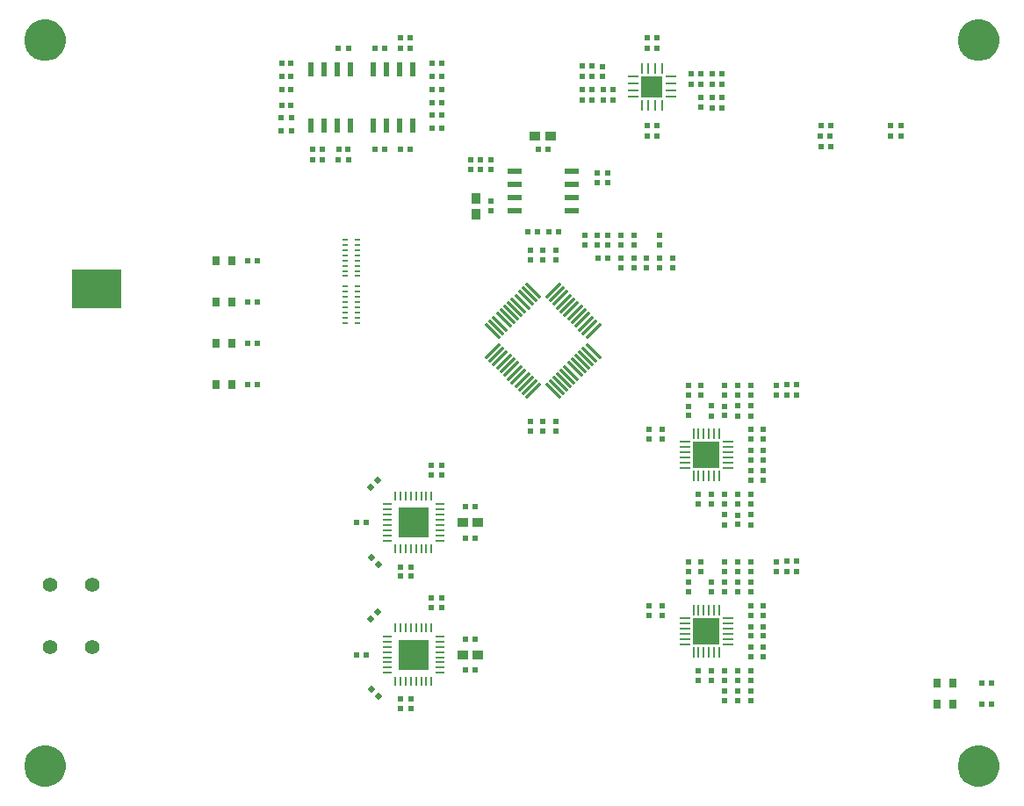
<source format=gtp>
G04*
G04 #@! TF.GenerationSoftware,Altium Limited,Altium Designer,23.11.1 (41)*
G04*
G04 Layer_Color=8421504*
%FSLAX25Y25*%
%MOIN*%
G70*
G04*
G04 #@! TF.SameCoordinates,29EA51B2-5BA9-446F-9376-B5E75E75F833*
G04*
G04*
G04 #@! TF.FilePolarity,Positive*
G04*
G01*
G75*
%ADD20R,0.02049X0.02246*%
%ADD21R,0.03165X0.03559*%
%ADD22R,0.02390X0.02390*%
%ADD23R,0.04249X0.00903*%
%ADD24R,0.00903X0.04249*%
%ADD25R,0.10039X0.10039*%
%ADD26R,0.02246X0.02049*%
%ADD27R,0.02390X0.02390*%
%ADD28R,0.01087X0.04236*%
%ADD29R,0.04236X0.01087*%
%ADD30R,0.07843X0.07843*%
G04:AMPARAMS|DCode=31|XSize=10.74mil|YSize=81.61mil|CornerRadius=0mil|HoleSize=0mil|Usage=FLASHONLY|Rotation=45.000|XOffset=0mil|YOffset=0mil|HoleType=Round|Shape=Round|*
%AMOVALD31*
21,1,0.07087,0.01074,0.00000,0.00000,135.0*
1,1,0.01074,0.02506,-0.02506*
1,1,0.01074,-0.02506,0.02506*
%
%ADD31OVALD31*%

G04:AMPARAMS|DCode=32|XSize=10.74mil|YSize=81.61mil|CornerRadius=0mil|HoleSize=0mil|Usage=FLASHONLY|Rotation=315.000|XOffset=0mil|YOffset=0mil|HoleType=Round|Shape=Round|*
%AMOVALD32*
21,1,0.07087,0.01074,0.00000,0.00000,45.0*
1,1,0.01074,-0.02506,-0.02506*
1,1,0.01074,0.02506,0.02506*
%
%ADD32OVALD32*%

%ADD33R,0.02476X0.01099*%
%ADD34R,0.03927X0.03730*%
%ADD35R,0.03730X0.03927*%
%ADD36R,0.05538X0.02192*%
%ADD37R,0.02192X0.05538*%
%ADD38R,0.18787X0.14850*%
%ADD39R,0.11578X0.11578*%
%ADD40O,0.03476X0.00720*%
%ADD41O,0.00720X0.03476*%
%ADD42C,0.05603*%
G04:AMPARAMS|DCode=43|XSize=22.46mil|YSize=20.49mil|CornerRadius=0mil|HoleSize=0mil|Usage=FLASHONLY|Rotation=225.000|XOffset=0mil|YOffset=0mil|HoleType=Round|Shape=Rectangle|*
%AMROTATEDRECTD43*
4,1,4,0.00070,0.01519,0.01519,0.00070,-0.00070,-0.01519,-0.01519,-0.00070,0.00070,0.01519,0.0*
%
%ADD43ROTATEDRECTD43*%

G04:AMPARAMS|DCode=44|XSize=22.46mil|YSize=20.49mil|CornerRadius=0mil|HoleSize=0mil|Usage=FLASHONLY|Rotation=135.000|XOffset=0mil|YOffset=0mil|HoleType=Round|Shape=Rectangle|*
%AMROTATEDRECTD44*
4,1,4,0.01519,-0.00070,0.00070,-0.01519,-0.01519,0.00070,-0.00070,0.01519,0.01519,-0.00070,0.0*
%
%ADD44ROTATEDRECTD44*%

G36*
X19685Y-129921D02*
X20461D01*
X21982Y-130224D01*
X23415Y-130817D01*
X24704Y-131679D01*
X25801Y-132776D01*
X26663Y-134065D01*
X27256Y-135498D01*
X27559Y-137020D01*
Y-137795D01*
Y-138571D01*
X27256Y-140092D01*
X26663Y-141525D01*
X25801Y-142815D01*
X24704Y-143911D01*
X23415Y-144773D01*
X21982Y-145367D01*
X20460Y-145669D01*
X19685D01*
X18910Y-145669D01*
X17388Y-145367D01*
X15955Y-144773D01*
X14666Y-143911D01*
X13569Y-142815D01*
X12707Y-141525D01*
X12114Y-140092D01*
X11811Y-138571D01*
Y-137795D01*
X11811Y-137020D01*
X12114Y-135498D01*
X12707Y-134065D01*
X13569Y-132776D01*
X14666Y-131679D01*
X15955Y-130817D01*
X17388Y-130224D01*
X18910Y-129921D01*
X19685D01*
D01*
D02*
G37*
G36*
Y145669D02*
X20461D01*
X21982Y145367D01*
X23415Y144773D01*
X24704Y143911D01*
X25801Y142815D01*
X26663Y141525D01*
X27256Y140092D01*
X27559Y138571D01*
Y137795D01*
Y137020D01*
X27256Y135498D01*
X26663Y134065D01*
X25801Y132776D01*
X24704Y131679D01*
X23415Y130817D01*
X21982Y130224D01*
X20460Y129921D01*
X19685D01*
X18910Y129921D01*
X17388Y130224D01*
X15955Y130817D01*
X14666Y131679D01*
X13569Y132776D01*
X12707Y134065D01*
X12114Y135498D01*
X11811Y137020D01*
Y137795D01*
X11811Y138571D01*
X12114Y140092D01*
X12707Y141525D01*
X13569Y142815D01*
X14666Y143911D01*
X15955Y144773D01*
X17388Y145367D01*
X18910Y145669D01*
X19685D01*
D01*
D02*
G37*
G36*
X374016Y-129921D02*
X374791D01*
X376312Y-130224D01*
X377746Y-130817D01*
X379035Y-131679D01*
X380132Y-132776D01*
X380994Y-134065D01*
X381587Y-135498D01*
X381890Y-137020D01*
Y-137795D01*
Y-138571D01*
X381587Y-140092D01*
X380994Y-141525D01*
X380132Y-142815D01*
X379035Y-143911D01*
X377746Y-144773D01*
X376312Y-145367D01*
X374791Y-145669D01*
X374016D01*
X373240Y-145669D01*
X371719Y-145367D01*
X370286Y-144773D01*
X368996Y-143911D01*
X367900Y-142815D01*
X367038Y-141525D01*
X366444Y-140092D01*
X366142Y-138571D01*
Y-137795D01*
X366142Y-137020D01*
X366444Y-135498D01*
X367038Y-134065D01*
X367900Y-132776D01*
X368996Y-131679D01*
X370286Y-130817D01*
X371719Y-130224D01*
X373240Y-129921D01*
X374016D01*
D01*
D02*
G37*
G36*
X374016Y145669D02*
X374791D01*
X376312Y145367D01*
X377746Y144773D01*
X379035Y143911D01*
X380132Y142815D01*
X380994Y141525D01*
X381587Y140092D01*
X381890Y138571D01*
Y137795D01*
Y137020D01*
X381587Y135498D01*
X380994Y134065D01*
X380132Y132776D01*
X379035Y131679D01*
X377746Y130817D01*
X376312Y130224D01*
X374791Y129921D01*
X374016D01*
X373240Y129921D01*
X371719Y130224D01*
X370286Y130817D01*
X368996Y131679D01*
X367900Y132776D01*
X367038Y134065D01*
X366444Y135498D01*
X366142Y137020D01*
Y137795D01*
X366142Y138571D01*
X366444Y140092D01*
X367038Y141525D01*
X367900Y142815D01*
X368996Y143911D01*
X370286Y144773D01*
X371719Y145367D01*
X373240Y145669D01*
X374016D01*
D01*
D02*
G37*
D20*
X314075Y105315D02*
D03*
X317815D02*
D03*
Y97441D02*
D03*
X314075D02*
D03*
X317717Y101378D02*
D03*
X313976D02*
D03*
X96555Y38386D02*
D03*
X100295D02*
D03*
X113091Y108268D02*
D03*
X109350D02*
D03*
Y103347D02*
D03*
X113091D02*
D03*
X272736Y116142D02*
D03*
X276476D02*
D03*
X272736Y125000D02*
D03*
X276476D02*
D03*
X227264Y124016D02*
D03*
X223524D02*
D03*
Y115157D02*
D03*
X227264D02*
D03*
X272736Y112205D02*
D03*
X276476D02*
D03*
X227264Y127953D02*
D03*
X223524D02*
D03*
X206594Y64961D02*
D03*
X202854D02*
D03*
X378839Y-114173D02*
D03*
X375098D02*
D03*
X375098Y-106299D02*
D03*
X378839D02*
D03*
X340650Y105315D02*
D03*
X344390D02*
D03*
X166437Y128937D02*
D03*
X170177D02*
D03*
X96555Y22638D02*
D03*
X100295D02*
D03*
X96555Y6890D02*
D03*
X100295D02*
D03*
X96555Y54134D02*
D03*
X100295D02*
D03*
X340650Y101378D02*
D03*
X344390D02*
D03*
X121161Y92520D02*
D03*
X124902D02*
D03*
Y96457D02*
D03*
X121161D02*
D03*
X170177Y114173D02*
D03*
X166437D02*
D03*
X144783Y134843D02*
D03*
X148524D02*
D03*
X131004D02*
D03*
X134744D02*
D03*
Y92520D02*
D03*
X131004D02*
D03*
X210728Y64961D02*
D03*
X214469D02*
D03*
D21*
X84547Y38386D02*
D03*
X90650D02*
D03*
X358169Y-106299D02*
D03*
X364272D02*
D03*
X364272Y-114173D02*
D03*
X358169D02*
D03*
X84547Y22638D02*
D03*
X90650D02*
D03*
X84547Y6890D02*
D03*
X90650D02*
D03*
X84547Y54134D02*
D03*
X90650D02*
D03*
D22*
X166496Y104331D02*
D03*
X170118D02*
D03*
X166496Y109252D02*
D03*
X170118D02*
D03*
Y119095D02*
D03*
X166496D02*
D03*
X170118Y124016D02*
D03*
X166496D02*
D03*
X109409Y113189D02*
D03*
X113031D02*
D03*
X109409Y124016D02*
D03*
X113031D02*
D03*
X109409Y128937D02*
D03*
X113031D02*
D03*
X301339Y-63976D02*
D03*
X304961D02*
D03*
X301339Y-60039D02*
D03*
X304961D02*
D03*
X229488Y55118D02*
D03*
X233110D02*
D03*
X304961Y2953D02*
D03*
X301339D02*
D03*
X304961Y6890D02*
D03*
X301339D02*
D03*
X264921Y125000D02*
D03*
X268543D02*
D03*
X264921Y121063D02*
D03*
X268543D02*
D03*
X248189Y105315D02*
D03*
X251811D02*
D03*
X248189Y101378D02*
D03*
X251811D02*
D03*
X154685Y134843D02*
D03*
X158307D02*
D03*
X231457Y115157D02*
D03*
X235079D02*
D03*
X231457Y119095D02*
D03*
X235079D02*
D03*
X251811Y134843D02*
D03*
X248189D02*
D03*
X251811Y138779D02*
D03*
X248189D02*
D03*
X276417Y121063D02*
D03*
X272795D02*
D03*
X227205Y119095D02*
D03*
X223583D02*
D03*
X141575Y-95473D02*
D03*
X137953D02*
D03*
X141575Y-45276D02*
D03*
X137953D02*
D03*
X158307Y138779D02*
D03*
X154685D02*
D03*
X179291Y-101378D02*
D03*
X182913D02*
D03*
X179291Y-51181D02*
D03*
X182913D02*
D03*
X179291Y-89567D02*
D03*
X182913D02*
D03*
X179291Y-39370D02*
D03*
X182913D02*
D03*
X144843Y96457D02*
D03*
X148465D02*
D03*
X131063D02*
D03*
X134685D02*
D03*
X158307D02*
D03*
X154685D02*
D03*
X109409Y119095D02*
D03*
X113031D02*
D03*
X206850Y96457D02*
D03*
X210472D02*
D03*
D23*
X278740Y-91535D02*
D03*
Y-89567D02*
D03*
Y-87598D02*
D03*
Y-85630D02*
D03*
Y-83661D02*
D03*
Y-81693D02*
D03*
X262598D02*
D03*
Y-83661D02*
D03*
Y-85630D02*
D03*
Y-87598D02*
D03*
Y-89567D02*
D03*
Y-91535D02*
D03*
X262598Y-24606D02*
D03*
Y-22638D02*
D03*
Y-20669D02*
D03*
Y-18701D02*
D03*
Y-16732D02*
D03*
Y-14764D02*
D03*
X278740D02*
D03*
Y-16732D02*
D03*
Y-18701D02*
D03*
Y-20669D02*
D03*
Y-22638D02*
D03*
Y-24606D02*
D03*
D24*
X275591Y-78543D02*
D03*
X273622D02*
D03*
X271654D02*
D03*
X269685D02*
D03*
X267717D02*
D03*
X265748D02*
D03*
Y-94685D02*
D03*
X267717D02*
D03*
X269685D02*
D03*
X271654D02*
D03*
X273622D02*
D03*
X275591D02*
D03*
X275590Y-27756D02*
D03*
X273622D02*
D03*
X271654D02*
D03*
X269685D02*
D03*
X267717D02*
D03*
X265748D02*
D03*
Y-11614D02*
D03*
X267717D02*
D03*
X269685D02*
D03*
X271654D02*
D03*
X273622D02*
D03*
X275590D02*
D03*
D25*
X270669Y-86614D02*
D03*
X270669Y-19685D02*
D03*
D26*
X277559Y-109350D02*
D03*
Y-113091D02*
D03*
X287402D02*
D03*
Y-109350D02*
D03*
X267717Y-105217D02*
D03*
Y-101476D02*
D03*
X253937Y-76870D02*
D03*
Y-80610D02*
D03*
X272638Y-101476D02*
D03*
Y-105217D02*
D03*
Y-71752D02*
D03*
Y-68012D02*
D03*
X277559Y-63878D02*
D03*
Y-60138D02*
D03*
X287402D02*
D03*
Y-63878D02*
D03*
X282480Y-101476D02*
D03*
Y-105217D02*
D03*
X287402Y-101476D02*
D03*
Y-105217D02*
D03*
X282480Y-71752D02*
D03*
Y-68012D02*
D03*
X292323Y-80610D02*
D03*
Y-76870D02*
D03*
X287402Y-71752D02*
D03*
Y-68012D02*
D03*
X292323Y-92618D02*
D03*
Y-96358D02*
D03*
X297244Y-60138D02*
D03*
Y-63878D02*
D03*
X233268Y87500D02*
D03*
Y83760D02*
D03*
X229331Y87500D02*
D03*
Y83760D02*
D03*
X297244Y6791D02*
D03*
Y3051D02*
D03*
X188976Y92421D02*
D03*
Y88681D02*
D03*
X185039Y92421D02*
D03*
Y88681D02*
D03*
X181102D02*
D03*
Y92421D02*
D03*
X287402Y3051D02*
D03*
Y6791D02*
D03*
X243110Y60138D02*
D03*
Y63878D02*
D03*
X224410Y60138D02*
D03*
Y63878D02*
D03*
X272638Y-34547D02*
D03*
Y-38287D02*
D03*
X292323Y-13681D02*
D03*
Y-9941D02*
D03*
X282480Y-34547D02*
D03*
Y-38287D02*
D03*
X277559Y-42421D02*
D03*
Y-46161D02*
D03*
X287402Y-4823D02*
D03*
Y-1083D02*
D03*
Y-34547D02*
D03*
Y-38287D02*
D03*
Y-46161D02*
D03*
Y-42421D02*
D03*
X282480Y-4823D02*
D03*
Y-1083D02*
D03*
X277559Y3051D02*
D03*
Y6791D02*
D03*
X292323Y-25689D02*
D03*
Y-29429D02*
D03*
X272638Y-4823D02*
D03*
Y-1083D02*
D03*
X267717Y-38287D02*
D03*
Y-34547D02*
D03*
X253937Y-9941D02*
D03*
Y-13681D02*
D03*
X229331Y60138D02*
D03*
Y63878D02*
D03*
X233268Y60138D02*
D03*
Y63878D02*
D03*
X238189Y60138D02*
D03*
Y63878D02*
D03*
Y55020D02*
D03*
Y51279D02*
D03*
X252953Y63878D02*
D03*
Y60138D02*
D03*
X257874Y55118D02*
D03*
Y51378D02*
D03*
D27*
X282480Y-109409D02*
D03*
Y-113031D02*
D03*
X263779Y-60197D02*
D03*
Y-63819D02*
D03*
Y-71693D02*
D03*
Y-68071D02*
D03*
X249016Y-76929D02*
D03*
Y-80551D02*
D03*
X268701Y-60197D02*
D03*
Y-63819D02*
D03*
X277559Y-101535D02*
D03*
Y-105157D02*
D03*
X287402Y-96299D02*
D03*
Y-92677D02*
D03*
X277559Y-71693D02*
D03*
Y-68071D02*
D03*
X287402Y-84803D02*
D03*
Y-88425D02*
D03*
X292323Y-84803D02*
D03*
Y-88425D02*
D03*
X282480Y-60197D02*
D03*
Y-63819D02*
D03*
X287402Y-76929D02*
D03*
Y-80551D02*
D03*
X268701Y115984D02*
D03*
Y112362D02*
D03*
X231299Y124173D02*
D03*
Y127795D02*
D03*
X154528Y-112362D02*
D03*
Y-115984D02*
D03*
X166339Y-77598D02*
D03*
Y-73976D02*
D03*
X170276Y-77598D02*
D03*
Y-73976D02*
D03*
X154528Y-62165D02*
D03*
Y-65787D02*
D03*
X166339Y-27402D02*
D03*
Y-23779D02*
D03*
X170276Y-27402D02*
D03*
Y-23779D02*
D03*
X158465Y-112362D02*
D03*
Y-115984D02*
D03*
Y-62165D02*
D03*
Y-65787D02*
D03*
X208661Y57913D02*
D03*
Y54291D02*
D03*
X263779Y-1142D02*
D03*
Y-4764D02*
D03*
X249016Y-10000D02*
D03*
Y-13622D02*
D03*
X292323Y-17874D02*
D03*
Y-21496D02*
D03*
X287402Y-17874D02*
D03*
Y-21496D02*
D03*
X263779Y6732D02*
D03*
Y3110D02*
D03*
X268701Y6732D02*
D03*
Y3110D02*
D03*
X277559Y-34606D02*
D03*
Y-38228D02*
D03*
X287402Y-10000D02*
D03*
Y-13622D02*
D03*
X282480Y-42480D02*
D03*
Y-46102D02*
D03*
Y6732D02*
D03*
Y3110D02*
D03*
X287402Y-29370D02*
D03*
Y-25748D02*
D03*
X277559Y-4764D02*
D03*
Y-1142D02*
D03*
X188976Y72992D02*
D03*
Y76614D02*
D03*
X203740Y57913D02*
D03*
Y54291D02*
D03*
X213583Y57913D02*
D03*
Y54291D02*
D03*
X243110Y51339D02*
D03*
Y54961D02*
D03*
X252953Y51339D02*
D03*
Y54961D02*
D03*
X248031Y51339D02*
D03*
Y54961D02*
D03*
X203740Y-7047D02*
D03*
Y-10669D02*
D03*
X208661Y-7047D02*
D03*
Y-10669D02*
D03*
X213583Y-7047D02*
D03*
Y-10669D02*
D03*
D28*
X246161Y127165D02*
D03*
X248721D02*
D03*
X251279D02*
D03*
X253839D02*
D03*
Y112992D02*
D03*
X251279D02*
D03*
X248721D02*
D03*
X246161D02*
D03*
D29*
X257087Y123917D02*
D03*
X242913Y121358D02*
D03*
Y123917D02*
D03*
X257087Y121358D02*
D03*
Y118799D02*
D03*
Y116240D02*
D03*
X242913D02*
D03*
Y118799D02*
D03*
D30*
X250000Y120079D02*
D03*
D31*
X204903Y42692D02*
D03*
X203511Y41300D02*
D03*
X202119Y39908D02*
D03*
X200727Y38516D02*
D03*
X199335Y37124D02*
D03*
X197943Y35732D02*
D03*
X196552Y34340D02*
D03*
X195160Y32948D02*
D03*
X193768Y31556D02*
D03*
X192376Y30164D02*
D03*
X190984Y28772D02*
D03*
X189592Y27380D02*
D03*
X227731Y19864D02*
D03*
X226339Y18472D02*
D03*
X224947Y17080D02*
D03*
X223555Y15688D02*
D03*
X222163Y14296D02*
D03*
X220771Y12904D02*
D03*
X219379Y11512D02*
D03*
X217987Y10120D02*
D03*
X216596Y8728D02*
D03*
X215203Y7336D02*
D03*
X213812Y5944D02*
D03*
X212420Y4552D02*
D03*
D32*
Y42692D02*
D03*
X213812Y41300D02*
D03*
X215203Y39908D02*
D03*
X216596Y38516D02*
D03*
X217987Y37124D02*
D03*
X219379Y35732D02*
D03*
X220771Y34340D02*
D03*
X222163Y32948D02*
D03*
X223555Y31556D02*
D03*
X224947Y30164D02*
D03*
X226339Y28772D02*
D03*
X227731Y27380D02*
D03*
X204903Y4552D02*
D03*
X203511Y5944D02*
D03*
X202119Y7336D02*
D03*
X200727Y8728D02*
D03*
X199335Y10120D02*
D03*
X197943Y11512D02*
D03*
X196552Y12904D02*
D03*
X195160Y14296D02*
D03*
X193768Y15688D02*
D03*
X192376Y17080D02*
D03*
X190984Y18472D02*
D03*
X189592Y19864D02*
D03*
D33*
X138091Y44291D02*
D03*
Y42323D02*
D03*
Y40354D02*
D03*
Y38386D02*
D03*
Y36417D02*
D03*
Y34449D02*
D03*
Y32480D02*
D03*
Y30512D02*
D03*
X133563D02*
D03*
Y32480D02*
D03*
Y34449D02*
D03*
Y36417D02*
D03*
Y38386D02*
D03*
Y40354D02*
D03*
Y42323D02*
D03*
Y44291D02*
D03*
Y62008D02*
D03*
Y60039D02*
D03*
Y58071D02*
D03*
Y56102D02*
D03*
Y54134D02*
D03*
Y52165D02*
D03*
Y50197D02*
D03*
Y48228D02*
D03*
X138091D02*
D03*
Y50197D02*
D03*
Y52165D02*
D03*
Y54134D02*
D03*
Y56102D02*
D03*
Y58071D02*
D03*
Y60039D02*
D03*
Y62008D02*
D03*
D34*
X205709Y101378D02*
D03*
X211614D02*
D03*
X184055Y-95473D02*
D03*
X178150D02*
D03*
X184055Y-45276D02*
D03*
X178150D02*
D03*
D35*
X183071Y71850D02*
D03*
Y77756D02*
D03*
D36*
X197933Y88209D02*
D03*
Y83209D02*
D03*
Y78209D02*
D03*
Y73209D02*
D03*
X219390Y88209D02*
D03*
Y83209D02*
D03*
Y78209D02*
D03*
Y73209D02*
D03*
D37*
X159075Y126870D02*
D03*
X154075D02*
D03*
X149075D02*
D03*
X144075D02*
D03*
X159075Y105413D02*
D03*
X154075D02*
D03*
X149075D02*
D03*
X144075D02*
D03*
X120453Y105413D02*
D03*
X125453D02*
D03*
X130453D02*
D03*
X135453D02*
D03*
X120453Y126870D02*
D03*
X125453D02*
D03*
X130453D02*
D03*
X135453D02*
D03*
D38*
X39370Y43307D02*
D03*
D39*
X159449Y-95473D02*
D03*
Y-45276D02*
D03*
D40*
X169488Y-88583D02*
D03*
Y-90551D02*
D03*
Y-92520D02*
D03*
Y-94488D02*
D03*
Y-96457D02*
D03*
Y-98425D02*
D03*
Y-100394D02*
D03*
Y-102362D02*
D03*
X149409D02*
D03*
Y-100394D02*
D03*
Y-98425D02*
D03*
Y-96457D02*
D03*
Y-94488D02*
D03*
Y-92520D02*
D03*
Y-90551D02*
D03*
Y-88583D02*
D03*
X169488Y-38386D02*
D03*
Y-40354D02*
D03*
Y-42323D02*
D03*
Y-44291D02*
D03*
Y-46260D02*
D03*
Y-48228D02*
D03*
Y-50197D02*
D03*
Y-52165D02*
D03*
X149409D02*
D03*
Y-50197D02*
D03*
Y-48228D02*
D03*
Y-46260D02*
D03*
Y-44291D02*
D03*
Y-42323D02*
D03*
Y-40354D02*
D03*
Y-38386D02*
D03*
D41*
X166339Y-105512D02*
D03*
X164370D02*
D03*
X162402D02*
D03*
X160433D02*
D03*
X158465D02*
D03*
X156496D02*
D03*
X154528D02*
D03*
X152559D02*
D03*
Y-85433D02*
D03*
X154528D02*
D03*
X156496D02*
D03*
X158465D02*
D03*
X160433D02*
D03*
X162402D02*
D03*
X164370D02*
D03*
X166339D02*
D03*
Y-55315D02*
D03*
X164370D02*
D03*
X162402D02*
D03*
X160433D02*
D03*
X158465D02*
D03*
X156496D02*
D03*
X154528D02*
D03*
X152559D02*
D03*
Y-35236D02*
D03*
X154528D02*
D03*
X156496D02*
D03*
X158465D02*
D03*
X160433D02*
D03*
X162402D02*
D03*
X164370D02*
D03*
X166339D02*
D03*
D42*
X37402Y-68898D02*
D03*
Y-92520D02*
D03*
X21654D02*
D03*
Y-68898D02*
D03*
D43*
X146204Y-61165D02*
D03*
X143560Y-58520D02*
D03*
X146204Y-111362D02*
D03*
X143560Y-108717D02*
D03*
D44*
X143363Y-82031D02*
D03*
X146007Y-79386D02*
D03*
X143363Y-31834D02*
D03*
X146007Y-29190D02*
D03*
M02*

</source>
